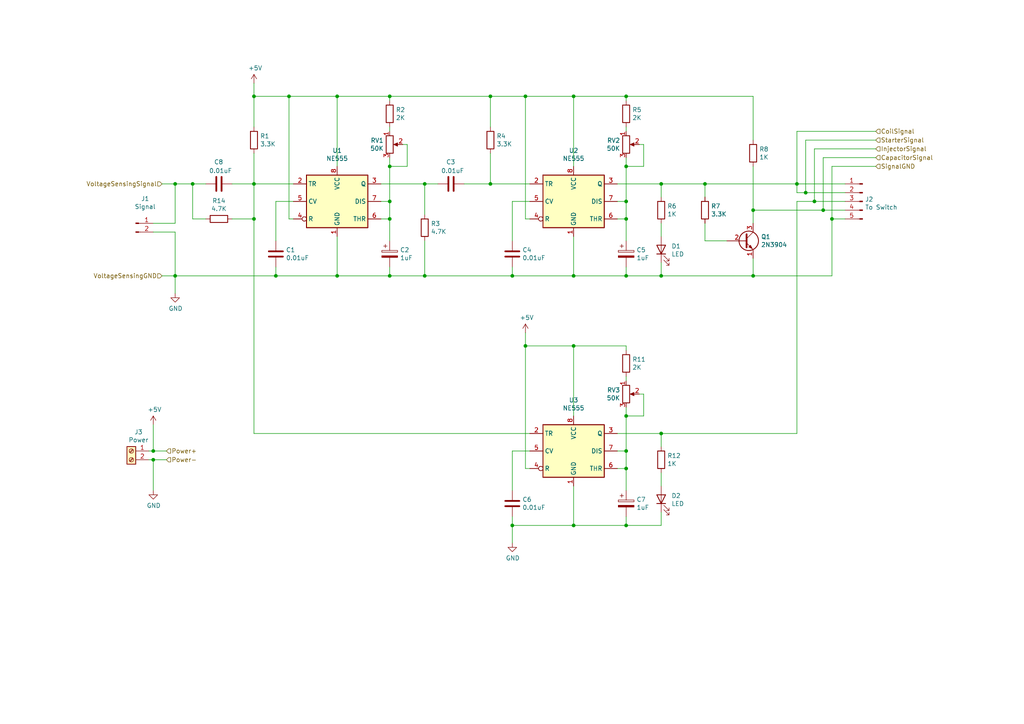
<source format=kicad_sch>
(kicad_sch (version 20211123) (generator eeschema)
  (paper "A4")
  (title_block (title "Control Module") (date "2020-01-07") (rev "1"))
  (lib_symbols
    (symbol "Connector:Conn_01x02_Male" (pin_names (offset 1.016) hide)
      (property "Reference" "J" (at 0 2.54 0))
      (property "Value" "Conn_01x02_Male" (at 0 -5.08 0))
      (symbol "Conn_01x02_Male_1_1"
        (polyline (pts (xy 1.27 -2.54) (xy 0.8636 -2.54)) (stroke (width 0.1524)))
        (polyline (pts (xy 1.27 0) (xy 0.8636 0)) (stroke (width 0.1524)))
        (rectangle (start 0.8636 -2.413) (end 0 -2.667) (stroke (width 0.1524)) (fill (type outline)))
        (rectangle (start 0.8636 0.127) (end 0 -0.127) (stroke (width 0.1524)) (fill (type outline)))
        (pin passive line (at 5.08 0 180) (length 3.81) (name "Pin_1") (number "1"))
        (pin passive line (at 5.08 -2.54 180) (length 3.81) (name "Pin_2") (number "2"))
      )
    )
    (symbol "Connector:Conn_01x05_Male" (pin_names (offset 1.016) hide)
      (property "Reference" "J" (at 0 7.62 0))
      (property "Value" "Conn_01x05_Male" (at 0 -7.62 0))
      (symbol "Conn_01x05_Male_1_1"
        (polyline (pts (xy 1.27 -5.08) (xy 0.8636 -5.08)) (stroke (width 0.1524)))
        (polyline (pts (xy 1.27 -2.54) (xy 0.8636 -2.54)) (stroke (width 0.1524)))
        (polyline (pts (xy 1.27 0) (xy 0.8636 0)) (stroke (width 0.1524)))
        (polyline (pts (xy 1.27 2.54) (xy 0.8636 2.54)) (stroke (width 0.1524)))
        (polyline (pts (xy 1.27 5.08) (xy 0.8636 5.08)) (stroke (width 0.1524)))
        (rectangle (start 0.8636 -4.953) (end 0 -5.207) (stroke (width 0.1524)) (fill (type outline)))
        (rectangle (start 0.8636 -2.413) (end 0 -2.667) (stroke (width 0.1524)) (fill (type outline)))
        (rectangle (start 0.8636 0.127) (end 0 -0.127) (stroke (width 0.1524)) (fill (type outline)))
        (rectangle (start 0.8636 2.667) (end 0 2.413) (stroke (width 0.1524)) (fill (type outline)))
        (rectangle (start 0.8636 5.207) (end 0 4.953) (stroke (width 0.1524)) (fill (type outline)))
        (pin passive line (at 5.08 5.08 180) (length 3.81) (name "Pin_1") (number "1"))
        (pin passive line (at 5.08 2.54 180) (length 3.81) (name "Pin_2") (number "2"))
        (pin passive line (at 5.08 0 180) (length 3.81) (name "Pin_3") (number "3"))
        (pin passive line (at 5.08 -2.54 180) (length 3.81) (name "Pin_4") (number "4"))
        (pin passive line (at 5.08 -5.08 180) (length 3.81) (name "Pin_5") (number "5"))
      )
    )
    (symbol "Connector:Screw_Terminal_01x02" (pin_names (offset 1.016) hide)
      (property "Reference" "J" (at 0 2.54 0))
      (property "Value" "Screw_Terminal_01x02" (at 0 -5.08 0))
      (symbol "Screw_Terminal_01x02_1_1"
        (rectangle (start -1.27 1.27) (end 1.27 -3.81) (stroke (width 0.254)) (fill (type background)))
        (circle (center 0 -2.54) (radius 0.635) (stroke (width 0.1524)))
        (polyline (pts (xy -0.5334 -2.2098) (xy 0.3302 -3.048)) (stroke (width 0.1524)))
        (polyline (pts (xy -0.5334 0.3302) (xy 0.3302 -0.508)) (stroke (width 0.1524)))
        (polyline (pts (xy -0.3556 -2.032) (xy 0.508 -2.8702)) (stroke (width 0.1524)))
        (polyline (pts (xy -0.3556 0.508) (xy 0.508 -0.3302)) (stroke (width 0.1524)))
        (circle (center 0 0) (radius 0.635) (stroke (width 0.1524)))
        (pin passive line (at -5.08 0 0) (length 3.81) (name "Pin_1") (number "1"))
        (pin passive line (at -5.08 -2.54 0) (length 3.81) (name "Pin_2") (number "2"))
      )
    )
    (symbol "Control-rescue:CP-Device" (pin_numbers hide) (pin_names (offset 0.254))
      (property "Reference" "C" (at 0.635 2.54 0))
      (property "Value" "CP-Device" (at 0.635 -2.54 0))
      (symbol "CP-Device_0_1"
        (rectangle (start -2.286 0.508) (end 2.286 1.016))
        (polyline (pts (xy -1.778 2.286) (xy -0.762 2.286)))
        (polyline (pts (xy -1.27 2.794) (xy -1.27 1.778)))
        (rectangle (start 2.286 -0.508) (end -2.286 -1.016) (fill (type outline)))
      )
      (symbol "CP-Device_1_1"
        (pin passive line (at 0 3.81 270) (length 2.794) (name "~") (number "1"))
        (pin passive line (at 0 -3.81 90) (length 2.794) (name "~") (number "2"))
      )
    )
    (symbol "Control-rescue:R_POT-Device" (pin_names (offset 1.016) hide)
      (property "Reference" "RV" (at -4.445 0 90))
      (property "Value" "R_POT-Device" (at -2.54 0 90))
      (symbol "R_POT-Device_0_1"
        (polyline (pts (xy 2.54 0) (xy 1.524 0)))
        (polyline (pts (xy 1.143 0) (xy 2.286 0.508) (xy 2.286 -0.508) (xy 1.143 0)) (fill (type outline)))
        (rectangle (start 1.016 2.54) (end -1.016 -2.54) (stroke (width 0.254)))
      )
      (symbol "R_POT-Device_1_1"
        (pin passive line (at 0 3.81 270) (length 1.27) (name "1") (number "1"))
        (pin passive line (at 3.81 0 180) (length 1.27) (name "2") (number "2"))
        (pin passive line (at 0 -3.81 90) (length 1.27) (name "3") (number "3"))
      )
    )
    (symbol "Device:C" (pin_numbers hide) (pin_names (offset 0.254))
      (property "Reference" "C" (at 0.635 2.54 0))
      (property "Value" "C" (at 0.635 -2.54 0))
      (symbol "C_0_1"
        (polyline (pts (xy -2.032 -0.762) (xy 2.032 -0.762)) (stroke (width 0.508)))
        (polyline (pts (xy -2.032 0.762) (xy 2.032 0.762)) (stroke (width 0.508)))
      )
      (symbol "C_1_1"
        (pin passive line (at 0 3.81 270) (length 2.794) (name "~") (number "1"))
        (pin passive line (at 0 -3.81 90) (length 2.794) (name "~") (number "2"))
      )
    )
    (symbol "Device:LED" (pin_numbers hide) (pin_names (offset 1.016) hide)
      (property "Reference" "D" (at 0 2.54 0))
      (property "Value" "LED" (at 0 -2.54 0))
      (symbol "LED_0_1"
        (polyline (pts (xy -1.27 -1.27) (xy -1.27 1.27)) (stroke (width 0.254)))
        (polyline (pts (xy -1.27 0) (xy 1.27 0)))
        (polyline (pts (xy 1.27 -1.27) (xy 1.27 1.27) (xy -1.27 0) (xy 1.27 -1.27)) (stroke (width 0.254)))
        (polyline (pts (xy -3.048 -0.762) (xy -4.572 -2.286) (xy -3.81 -2.286) (xy -4.572 -2.286) (xy -4.572 -1.524)))
        (polyline (pts (xy -1.778 -0.762) (xy -3.302 -2.286) (xy -2.54 -2.286) (xy -3.302 -2.286) (xy -3.302 -1.524)))
      )
      (symbol "LED_1_1"
        (pin passive line (at -3.81 0 0) (length 2.54) (name "K") (number "1"))
        (pin passive line (at 3.81 0 180) (length 2.54) (name "A") (number "2"))
      )
    )
    (symbol "Device:R" (pin_numbers hide) (pin_names (offset 0))
      (property "Reference" "R" (at 2.032 0 90))
      (property "Value" "R" (at 0 0 90))
      (symbol "R_0_1"
        (rectangle (start -1.016 -2.54) (end 1.016 2.54) (stroke (width 0.254)))
      )
      (symbol "R_1_1"
        (pin passive line (at 0 3.81 270) (length 1.27) (name "~") (number "1"))
        (pin passive line (at 0 -3.81 90) (length 1.27) (name "~") (number "2"))
      )
    )
    (symbol "Timer:NE555P"
      (property "Reference" "U" (at -10.16 8.89 0))
      (property "Value" "NE555P" (at 2.54 8.89 0))
      (symbol "NE555P_0_0"
        (pin power_in line (at 0 -10.16 90) (length 2.54) (name "GND") (number "1"))
        (pin power_in line (at 0 10.16 270) (length 2.54) (name "VCC") (number "8"))
      )
      (symbol "NE555P_0_1"
        (rectangle (start -8.89 -7.62) (end 8.89 7.62) (stroke (width 0.254)) (fill (type background)))
        (rectangle (start -8.89 -7.62) (end 8.89 7.62) (stroke (width 0.254)) (fill (type background)))
      )
      (symbol "NE555P_1_1"
        (pin input line (at -12.7 5.08 0) (length 3.81) (name "TR") (number "2"))
        (pin output line (at 12.7 5.08 180) (length 3.81) (name "Q") (number "3"))
        (pin input inverted (at -12.7 -5.08 0) (length 3.81) (name "R") (number "4"))
        (pin input line (at -12.7 0 0) (length 3.81) (name "CV") (number "5"))
        (pin input line (at 12.7 -5.08 180) (length 3.81) (name "THR") (number "6"))
        (pin input line (at 12.7 0 180) (length 3.81) (name "DIS") (number "7"))
      )
    )
    (symbol "Transistor_BJT:2N3904" (pin_names (offset 0) hide)
      (property "Reference" "Q" (at 5.08 1.905 0))
      (property "Value" "2N3904" (at 5.08 0 0))
      (symbol "2N3904_0_1"
        (polyline (pts (xy 0.635 0.635) (xy 2.54 2.54)))
        (polyline (pts (xy 0.635 -0.635) (xy 2.54 -2.54) (xy 2.54 -2.54)))
        (polyline (pts (xy 0.635 1.905) (xy 0.635 -1.905) (xy 0.635 -1.905)) (stroke (width 0.508)))
        (polyline (pts (xy 1.27 -1.778) (xy 1.778 -1.27) (xy 2.286 -2.286) (xy 1.27 -1.778) (xy 1.27 -1.778)) (fill (type outline)))
        (circle (center 1.27 0) (radius 2.8194) (stroke (width 0.254)))
      )
      (symbol "2N3904_1_1"
        (pin passive line (at 2.54 -5.08 90) (length 2.54) (name "E") (number "1"))
        (pin passive line (at -5.08 0 0) (length 5.715) (name "B") (number "2"))
        (pin passive line (at 2.54 5.08 270) (length 2.54) (name "C") (number "3"))
      )
    )
    (symbol "power:+5V" (power) (pin_names (offset 0))
      (property "Value" "+5V" (at 0 3.556 0))
      (symbol "+5V_0_1"
        (polyline (pts (xy -0.762 1.27) (xy 0 2.54)))
        (polyline (pts (xy 0 0) (xy 0 2.54)))
        (polyline (pts (xy 0 2.54) (xy 0.762 1.27)))
      )
      (symbol "+5V_1_1"
        (pin power_in line (at 0 0 90) (length 0) hide (name "+5V") (number "1"))
      )
    )
    (symbol "power:GND" (power) (pin_names (offset 0))
      (property "Value" "GND" (at 0 -3.81 0))
      (symbol "GND_0_1"
        (polyline (pts (xy 0 0) (xy 0 -1.27) (xy 1.27 -1.27) (xy 0 -2.54) (xy -1.27 -1.27) (xy 0 -1.27)))
      )
      (symbol "GND_1_1"
        (pin power_in line (at 0 0 270) (length 0) hide (name "GND") (number "1"))
      )
    )
  )
  (junction (at 181.61 58.42))
  (junction (at 233.68 55.88))
  (junction (at 44.45 133.35))
  (junction (at 236.22 58.42))
  (junction (at 181.61 130.81))
  (junction (at 191.77 80.01))
  (junction (at 148.59 152.4))
  (junction (at 181.61 48.26))
  (junction (at 166.37 152.4))
  (junction (at 123.19 53.34))
  (junction (at 73.66 63.5))
  (junction (at 191.77 125.73))
  (junction (at 73.66 27.94))
  (junction (at 97.79 27.94))
  (junction (at 218.44 80.01))
  (junction (at 148.59 80.01))
  (junction (at 166.37 80.01))
  (junction (at 113.03 58.42))
  (junction (at 113.03 80.01))
  (junction (at 123.19 80.01))
  (junction (at 181.61 27.94))
  (junction (at 50.8 80.01))
  (junction (at 142.24 27.94))
  (junction (at 181.61 63.5))
  (junction (at 142.24 53.34))
  (junction (at 231.14 53.34))
  (junction (at 238.76 60.96))
  (junction (at 181.61 120.65))
  (junction (at 152.4 27.94))
  (junction (at 152.4 100.33))
  (junction (at 241.3 63.5))
  (junction (at 181.61 80.01))
  (junction (at 113.03 27.94))
  (junction (at 80.01 80.01))
  (junction (at 97.79 80.01))
  (junction (at 166.37 27.94))
  (junction (at 50.8 53.34))
  (junction (at 204.47 53.34))
  (junction (at 166.37 100.33))
  (junction (at 73.66 53.34))
  (junction (at 83.82 27.94))
  (junction (at 218.44 60.96))
  (junction (at 181.61 152.4))
  (junction (at 44.45 130.81))
  (junction (at 191.77 53.34))
  (junction (at 181.61 135.89))
  (junction (at 113.03 63.5))
  (junction (at 55.88 53.34))
  (junction (at 113.03 48.26))
  (wire (pts (xy 148.59 80.01) (xy 166.37 80.01)))
  (wire (pts (xy 142.24 27.94) (xy 152.4 27.94)))
  (wire (pts (xy 191.77 125.73) (xy 191.77 129.54)))
  (wire (pts (xy 186.69 114.3) (xy 185.42 114.3)))
  (wire (pts (xy 113.03 77.47) (xy 113.03 80.01)))
  (wire (pts (xy 152.4 27.94) (xy 166.37 27.94)))
  (wire (pts (xy 181.61 29.21) (xy 181.61 27.94)))
  (wire (pts (xy 204.47 53.34) (xy 231.14 53.34)))
  (wire (pts (xy 181.61 152.4) (xy 191.77 152.4)))
  (wire (pts (xy 231.14 53.34) (xy 245.11 53.34)))
  (wire (pts (xy 166.37 100.33) (xy 166.37 120.65)))
  (wire (pts (xy 44.45 67.31) (xy 50.8 67.31)))
  (wire (pts (xy 181.61 135.89) (xy 181.61 142.24)))
  (wire (pts (xy 148.59 130.81) (xy 148.59 142.24)))
  (wire (pts (xy 97.79 80.01) (xy 113.03 80.01)))
  (wire (pts (xy 218.44 40.64) (xy 218.44 27.94)))
  (wire (pts (xy 142.24 53.34) (xy 153.67 53.34)))
  (wire (pts (xy 123.19 53.34) (xy 123.19 62.23)))
  (wire (pts (xy 113.03 80.01) (xy 123.19 80.01)))
  (wire (pts (xy 148.59 157.48) (xy 148.59 152.4)))
  (wire (pts (xy 166.37 27.94) (xy 166.37 48.26)))
  (wire (pts (xy 73.66 125.73) (xy 153.67 125.73)))
  (wire (pts (xy 97.79 27.94) (xy 97.79 48.26)))
  (wire (pts (xy 148.59 58.42) (xy 148.59 69.85)))
  (wire (pts (xy 181.61 48.26) (xy 186.69 48.26)))
  (wire (pts (xy 113.03 48.26) (xy 118.11 48.26)))
  (wire (pts (xy 152.4 100.33) (xy 166.37 100.33)))
  (wire (pts (xy 142.24 53.34) (xy 142.24 44.45)))
  (wire (pts (xy 97.79 68.58) (xy 97.79 80.01)))
  (wire (pts (xy 152.4 100.33) (xy 152.4 96.52)))
  (wire (pts (xy 254 45.72) (xy 238.76 45.72)))
  (wire (pts (xy 186.69 41.91) (xy 185.42 41.91)))
  (wire (pts (xy 218.44 60.96) (xy 238.76 60.96)))
  (wire (pts (xy 43.18 130.81) (xy 44.45 130.81)))
  (wire (pts (xy 44.45 64.77) (xy 50.8 64.77)))
  (wire (pts (xy 181.61 45.72) (xy 181.61 48.26)))
  (wire (pts (xy 59.69 63.5) (xy 55.88 63.5)))
  (wire (pts (xy 231.14 38.1) (xy 254 38.1)))
  (wire (pts (xy 238.76 45.72) (xy 238.76 60.96)))
  (wire (pts (xy 148.59 149.86) (xy 148.59 152.4)))
  (wire (pts (xy 73.66 53.34) (xy 73.66 63.5)))
  (wire (pts (xy 191.77 76.2) (xy 191.77 80.01)))
  (wire (pts (xy 113.03 48.26) (xy 113.03 58.42)))
  (wire (pts (xy 236.22 58.42) (xy 245.11 58.42)))
  (wire (pts (xy 142.24 27.94) (xy 142.24 36.83)))
  (wire (pts (xy 152.4 100.33) (xy 152.4 135.89)))
  (wire (pts (xy 181.61 118.11) (xy 181.61 120.65)))
  (wire (pts (xy 73.66 53.34) (xy 73.66 44.45)))
  (wire (pts (xy 67.31 63.5) (xy 73.66 63.5)))
  (wire (pts (xy 110.49 53.34) (xy 123.19 53.34)))
  (wire (pts (xy 181.61 27.94) (xy 218.44 27.94)))
  (wire (pts (xy 110.49 58.42) (xy 113.03 58.42)))
  (wire (pts (xy 44.45 133.35) (xy 44.45 142.24)))
  (wire (pts (xy 73.66 27.94) (xy 83.82 27.94)))
  (wire (pts (xy 83.82 27.94) (xy 97.79 27.94)))
  (wire (pts (xy 73.66 63.5) (xy 73.66 125.73)))
  (wire (pts (xy 191.77 80.01) (xy 218.44 80.01)))
  (wire (pts (xy 181.61 101.6) (xy 181.61 100.33)))
  (wire (pts (xy 73.66 53.34) (xy 85.09 53.34)))
  (wire (pts (xy 245.11 60.96) (xy 238.76 60.96)))
  (wire (pts (xy 179.07 58.42) (xy 181.61 58.42)))
  (wire (pts (xy 166.37 27.94) (xy 181.61 27.94)))
  (wire (pts (xy 191.77 125.73) (xy 231.14 125.73)))
  (wire (pts (xy 191.77 148.59) (xy 191.77 152.4)))
  (wire (pts (xy 218.44 74.93) (xy 218.44 80.01)))
  (wire (pts (xy 118.11 41.91) (xy 116.84 41.91)))
  (wire (pts (xy 44.45 123.19) (xy 44.45 130.81)))
  (wire (pts (xy 181.61 80.01) (xy 191.77 80.01)))
  (wire (pts (xy 204.47 53.34) (xy 204.47 57.15)))
  (wire (pts (xy 123.19 69.85) (xy 123.19 80.01)))
  (wire (pts (xy 179.07 125.73) (xy 191.77 125.73)))
  (wire (pts (xy 181.61 135.89) (xy 181.61 130.81)))
  (wire (pts (xy 83.82 27.94) (xy 83.82 63.5)))
  (wire (pts (xy 241.3 63.5) (xy 241.3 80.01)))
  (wire (pts (xy 181.61 36.83) (xy 181.61 38.1)))
  (wire (pts (xy 73.66 53.34) (xy 67.31 53.34)))
  (wire (pts (xy 191.77 137.16) (xy 191.77 140.97)))
  (wire (pts (xy 46.99 53.34) (xy 50.8 53.34)))
  (wire (pts (xy 218.44 80.01) (xy 241.3 80.01)))
  (wire (pts (xy 80.01 58.42) (xy 80.01 69.85)))
  (wire (pts (xy 134.62 53.34) (xy 142.24 53.34)))
  (wire (pts (xy 50.8 67.31) (xy 50.8 80.01)))
  (wire (pts (xy 231.14 58.42) (xy 231.14 125.73)))
  (wire (pts (xy 85.09 58.42) (xy 80.01 58.42)))
  (wire (pts (xy 80.01 80.01) (xy 97.79 80.01)))
  (wire (pts (xy 123.19 80.01) (xy 148.59 80.01)))
  (wire (pts (xy 46.99 80.01) (xy 50.8 80.01)))
  (wire (pts (xy 179.07 63.5) (xy 181.61 63.5)))
  (wire (pts (xy 166.37 152.4) (xy 181.61 152.4)))
  (wire (pts (xy 186.69 114.3) (xy 186.69 120.65)))
  (wire (pts (xy 233.68 40.64) (xy 254 40.64)))
  (wire (pts (xy 231.14 58.42) (xy 236.22 58.42)))
  (wire (pts (xy 181.61 48.26) (xy 181.61 58.42)))
  (wire (pts (xy 231.14 38.1) (xy 231.14 53.34)))
  (wire (pts (xy 186.69 41.91) (xy 186.69 48.26)))
  (wire (pts (xy 191.77 53.34) (xy 191.77 57.15)))
  (wire (pts (xy 231.14 53.34) (xy 231.14 55.88)))
  (wire (pts (xy 179.07 53.34) (xy 191.77 53.34)))
  (wire (pts (xy 153.67 135.89) (xy 152.4 135.89)))
  (wire (pts (xy 113.03 29.21) (xy 113.03 27.94)))
  (wire (pts (xy 204.47 69.85) (xy 210.82 69.85)))
  (wire (pts (xy 153.67 63.5) (xy 152.4 63.5)))
  (wire (pts (xy 110.49 63.5) (xy 113.03 63.5)))
  (wire (pts (xy 43.18 133.35) (xy 44.45 133.35)))
  (wire (pts (xy 166.37 100.33) (xy 181.61 100.33)))
  (wire (pts (xy 218.44 48.26) (xy 218.44 60.96)))
  (wire (pts (xy 241.3 48.26) (xy 254 48.26)))
  (wire (pts (xy 181.61 63.5) (xy 181.61 58.42)))
  (wire (pts (xy 166.37 80.01) (xy 181.61 80.01)))
  (wire (pts (xy 241.3 63.5) (xy 245.11 63.5)))
  (wire (pts (xy 218.44 60.96) (xy 218.44 64.77)))
  (wire (pts (xy 241.3 48.26) (xy 241.3 63.5)))
  (wire (pts (xy 191.77 64.77) (xy 191.77 68.58)))
  (wire (pts (xy 153.67 58.42) (xy 148.59 58.42)))
  (wire (pts (xy 233.68 40.64) (xy 233.68 55.88)))
  (wire (pts (xy 55.88 63.5) (xy 55.88 53.34)))
  (wire (pts (xy 179.07 135.89) (xy 181.61 135.89)))
  (wire (pts (xy 118.11 41.91) (xy 118.11 48.26)))
  (wire (pts (xy 55.88 53.34) (xy 50.8 53.34)))
  (wire (pts (xy 181.61 120.65) (xy 181.61 130.81)))
  (wire (pts (xy 113.03 63.5) (xy 113.03 69.85)))
  (wire (pts (xy 181.61 77.47) (xy 181.61 80.01)))
  (wire (pts (xy 113.03 27.94) (xy 142.24 27.94)))
  (wire (pts (xy 113.03 36.83) (xy 113.03 38.1)))
  (wire (pts (xy 236.22 43.18) (xy 236.22 58.42)))
  (wire (pts (xy 236.22 43.18) (xy 254 43.18)))
  (wire (pts (xy 181.61 63.5) (xy 181.61 69.85)))
  (wire (pts (xy 73.66 27.94) (xy 73.66 36.83)))
  (wire (pts (xy 231.14 55.88) (xy 233.68 55.88)))
  (wire (pts (xy 148.59 152.4) (xy 166.37 152.4)))
  (wire (pts (xy 123.19 53.34) (xy 127 53.34)))
  (wire (pts (xy 80.01 77.47) (xy 80.01 80.01)))
  (wire (pts (xy 181.61 120.65) (xy 186.69 120.65)))
  (wire (pts (xy 181.61 109.22) (xy 181.61 110.49)))
  (wire (pts (xy 153.67 130.81) (xy 148.59 130.81)))
  (wire (pts (xy 113.03 45.72) (xy 113.03 48.26)))
  (wire (pts (xy 179.07 130.81) (xy 181.61 130.81)))
  (wire (pts (xy 181.61 149.86) (xy 181.61 152.4)))
  (wire (pts (xy 166.37 140.97) (xy 166.37 152.4)))
  (wire (pts (xy 73.66 27.94) (xy 73.66 24.13)))
  (wire (pts (xy 55.88 53.34) (xy 59.69 53.34)))
  (wire (pts (xy 50.8 53.34) (xy 50.8 64.77)))
  (wire (pts (xy 233.68 55.88) (xy 245.11 55.88)))
  (wire (pts (xy 191.77 53.34) (xy 204.47 53.34)))
  (wire (pts (xy 204.47 64.77) (xy 204.47 69.85)))
  (wire (pts (xy 50.8 85.09) (xy 50.8 80.01)))
  (wire (pts (xy 48.26 133.35) (xy 44.45 133.35)))
  (wire (pts (xy 85.09 63.5) (xy 83.82 63.5)))
  (wire (pts (xy 148.59 77.47) (xy 148.59 80.01)))
  (wire (pts (xy 48.26 130.81) (xy 44.45 130.81)))
  (wire (pts (xy 97.79 27.94) (xy 113.03 27.94)))
  (wire (pts (xy 152.4 27.94) (xy 152.4 63.5)))
  (wire (pts (xy 50.8 80.01) (xy 80.01 80.01)))
  (wire (pts (xy 113.03 63.5) (xy 113.03 58.42)))
  (wire (pts (xy 166.37 68.58) (xy 166.37 80.01)))
  (hierarchical_label "Power-" (shape input) (at 48.26 133.35 0))
  (hierarchical_label "VoltageSensingGND" (shape input) (at 46.99 80.01 180))
  (hierarchical_label "CoilSignal" (shape input) (at 254 38.1 0))
  (hierarchical_label "SignalGND" (shape input) (at 254 48.26 0))
  (hierarchical_label "Power+" (shape input) (at 48.26 130.81 0))
  (hierarchical_label "VoltageSensingSignal" (shape input) (at 46.99 53.34 180))
  (hierarchical_label "InjectorSignal" (shape input) (at 254 43.18 0))
  (hierarchical_label "StarterSignal" (shape input) (at 254 40.64 0))
  (hierarchical_label "CapacitorSignal" (shape input) (at 254 45.72 0))
  (symbol (lib_id "Timer:NE555P") (at 97.79 58.42 0) (unit 1)
    (property "Reference" "U1" (at 97.79 43.6626 0))
    (property "Value" "NE555" (at 97.79 45.974 0))
    (property "Footprint" "Package_DIP:DIP-8_W7.62mm" (effects hide))
    (property "Datasheet" "http://www.ti.com/lit/ds/symlink/ne555.pdf" (effects hide))
  )
  (symbol (lib_id "power:+5V") (at 73.66 24.13 0) (unit 1)
    (property "Reference" "#PWR0102" (effects hide))
    (property "Value" "+5V" (at 74.041 19.7358 0))
  )
  (symbol (lib_id "Device:R") (at 73.66 40.64 0) (unit 1)
    (property "Reference" "R1" (at 75.438 39.4716 0) (effects (justify left)))
    (property "Value" "3.3K" (at 75.438 41.783 0) (effects (justify left)))
    (property "Footprint" "Resistor_THT:R_Axial_DIN0207_L6.3mm_D2.5mm_P7.62mm_Horizontal" (effects hide))
  )
  (symbol (lib_id "Device:R") (at 191.77 133.35 0) (unit 1)
    (property "Reference" "R12" (at 193.548 132.1816 0) (effects (justify left)))
    (property "Value" "1K" (at 193.548 134.493 0) (effects (justify left)))
    (property "Footprint" "Resistor_THT:R_Axial_DIN0207_L6.3mm_D2.5mm_P7.62mm_Horizontal" (effects hide))
  )
  (symbol (lib_id "Connector:Conn_01x02_Male") (at 39.37 64.77 0) (unit 1)
    (property "Reference" "J1" (at 42.1132 57.6326 0))
    (property "Value" "Signal" (at 42.1132 59.944 0))
    (property "Footprint" "Connector_PinHeader_2.54mm:PinHeader_1x02_P2.54mm_Vertical" (effects hide))
  )
  (symbol (lib_id "power:GND") (at 50.8 85.09 0) (unit 1)
    (property "Reference" "#PWR0104" (effects hide))
    (property "Value" "GND" (at 50.927 89.4842 0))
  )
  (symbol (lib_id "Device:C") (at 80.01 73.66 0) (unit 1)
    (property "Reference" "C1" (at 82.931 72.4916 0) (effects (justify left)))
    (property "Value" "0.01uF" (at 82.931 74.803 0) (effects (justify left)))
    (property "Footprint" "Capacitor_THT:C_Disc_D3.0mm_W1.6mm_P2.50mm" (effects hide))
  )
  (symbol (lib_id "Control-rescue:CP-Device") (at 113.03 73.66 0) (unit 1)
    (property "Reference" "C2" (at 116.0272 72.4916 0) (effects (justify left)))
    (property "Value" "1uF" (at 116.0272 74.803 0) (effects (justify left)))
    (property "Footprint" "Capacitor_THT:CP_Radial_D4.0mm_P2.00mm" (effects hide))
  )
  (symbol (lib_id "Device:LED") (at 191.77 144.78 90) (unit 1)
    (property "Reference" "D2" (at 194.7418 143.7894 90) (effects (justify right)))
    (property "Value" "LED" (at 194.7418 146.1008 90) (effects (justify right)))
    (property "Footprint" "LED_THT:LED_D3.0mm_FlatTop" (effects hide))
  )
  (symbol (lib_id "Control-rescue:R_POT-Device") (at 113.03 41.91 0) (unit 1)
    (property "Reference" "RV1" (at 111.2774 40.7416 0) (effects (justify right)))
    (property "Value" "50K" (at 111.2774 43.053 0) (effects (justify right)))
    (property "Footprint" "Potentiometer_THT:Potentiometer_Bourns_3339P_Vertical" (effects hide))
  )
  (symbol (lib_id "Device:R") (at 113.03 33.02 0) (unit 1)
    (property "Reference" "R2" (at 114.808 31.8516 0) (effects (justify left)))
    (property "Value" "2K" (at 114.808 34.163 0) (effects (justify left)))
    (property "Footprint" "Resistor_THT:R_Axial_DIN0207_L6.3mm_D2.5mm_P7.62mm_Horizontal" (effects hide))
  )
  (symbol (lib_id "Transistor_BJT:2N3904") (at 215.9 69.85 0) (unit 1)
    (property "Reference" "Q1" (at 220.726 68.6816 0) (effects (justify left)))
    (property "Value" "2N3904" (at 220.726 70.993 0) (effects (justify left)))
    (property "Footprint" "Package_TO_SOT_THT:TO-92_Inline" (effects hide))
    (property "Datasheet" "https://www.fairchildsemi.com/datasheets/2N/2N3904.pdf" (effects hide))
  )
  (symbol (lib_id "Device:R") (at 204.47 60.96 0) (unit 1)
    (property "Reference" "R7" (at 206.248 59.7916 0) (effects (justify left)))
    (property "Value" "3.3K" (at 206.248 62.103 0) (effects (justify left)))
    (property "Footprint" "Resistor_THT:R_Axial_DIN0207_L6.3mm_D2.5mm_P7.62mm_Horizontal" (effects hide))
  )
  (symbol (lib_id "Device:R") (at 218.44 44.45 0) (unit 1)
    (property "Reference" "R8" (at 220.218 43.2816 0) (effects (justify left)))
    (property "Value" "1K" (at 220.218 45.593 0) (effects (justify left)))
    (property "Footprint" "Resistor_THT:R_Axial_DIN0207_L6.3mm_D2.5mm_P7.62mm_Horizontal" (effects hide))
  )
  (symbol (lib_id "Connector:Conn_01x05_Male") (at 250.19 58.42 0) (mirror y) (unit 1)
    (property "Reference" "J2" (at 250.9012 57.8104 0) (effects (justify right)))
    (property "Value" "To Switch" (at 250.9012 60.1218 0) (effects (justify right)))
    (property "Footprint" "Connector_PinHeader_2.54mm:PinHeader_1x05_P2.54mm_Horizontal" (effects hide))
  )
  (symbol (lib_id "power:+5V") (at 44.45 123.19 0) (unit 1)
    (property "Reference" "#PWR0101" (effects hide))
    (property "Value" "+5V" (at 44.831 118.7958 0))
  )
  (symbol (lib_id "Device:R") (at 181.61 105.41 0) (unit 1)
    (property "Reference" "R11" (at 183.388 104.2416 0) (effects (justify left)))
    (property "Value" "2K" (at 183.388 106.553 0) (effects (justify left)))
    (property "Footprint" "Resistor_THT:R_Axial_DIN0207_L6.3mm_D2.5mm_P7.62mm_Horizontal" (effects hide))
  )
  (symbol (lib_id "Control-rescue:R_POT-Device") (at 181.61 114.3 0) (unit 1)
    (property "Reference" "RV3" (at 179.8574 113.1316 0) (effects (justify right)))
    (property "Value" "50K" (at 179.8574 115.443 0) (effects (justify right)))
    (property "Footprint" "Potentiometer_THT:Potentiometer_Bourns_3339P_Vertical" (effects hide))
  )
  (symbol (lib_id "Control-rescue:CP-Device") (at 181.61 146.05 0) (unit 1)
    (property "Reference" "C7" (at 184.6072 144.8816 0) (effects (justify left)))
    (property "Value" "1uF" (at 184.6072 147.193 0) (effects (justify left)))
    (property "Footprint" "Capacitor_THT:CP_Radial_D4.0mm_P2.00mm" (effects hide))
  )
  (symbol (lib_id "power:GND") (at 148.59 157.48 0) (unit 1)
    (property "Reference" "#PWR0105" (effects hide))
    (property "Value" "GND" (at 148.717 161.8742 0))
  )
  (symbol (lib_id "Timer:NE555P") (at 166.37 130.81 0) (unit 1)
    (property "Reference" "U3" (at 166.37 116.0526 0))
    (property "Value" "NE555" (at 166.37 118.364 0))
    (property "Footprint" "Package_DIP:DIP-8_W7.62mm" (effects hide))
    (property "Datasheet" "http://www.ti.com/lit/ds/symlink/ne555.pdf" (effects hide))
  )
  (symbol (lib_id "Device:C") (at 148.59 146.05 0) (unit 1)
    (property "Reference" "C6" (at 151.511 144.8816 0) (effects (justify left)))
    (property "Value" "0.01uF" (at 151.511 147.193 0) (effects (justify left)))
    (property "Footprint" "Capacitor_THT:C_Disc_D3.0mm_W1.6mm_P2.50mm" (effects hide))
  )
  (symbol (lib_id "power:+5V") (at 152.4 96.52 0) (unit 1)
    (property "Reference" "#PWR0106" (effects hide))
    (property "Value" "+5V" (at 152.781 92.1258 0))
  )
  (symbol (lib_id "power:GND") (at 44.45 142.24 0) (unit 1)
    (property "Reference" "#PWR0103" (effects hide))
    (property "Value" "GND" (at 44.577 146.6342 0))
  )
  (symbol (lib_id "Device:LED") (at 191.77 72.39 90) (unit 1)
    (property "Reference" "D1" (at 194.7418 71.3994 90) (effects (justify right)))
    (property "Value" "LED" (at 194.7418 73.7108 90) (effects (justify right)))
    (property "Footprint" "LED_THT:LED_D3.0mm_FlatTop" (effects hide))
  )
  (symbol (lib_id "Device:R") (at 191.77 60.96 0) (unit 1)
    (property "Reference" "R6" (at 193.548 59.7916 0) (effects (justify left)))
    (property "Value" "1K" (at 193.548 62.103 0) (effects (justify left)))
    (property "Footprint" "Resistor_THT:R_Axial_DIN0207_L6.3mm_D2.5mm_P7.62mm_Horizontal" (effects hide))
  )
  (symbol (lib_id "Device:R") (at 181.61 33.02 0) (unit 1)
    (property "Reference" "R5" (at 183.388 31.8516 0) (effects (justify left)))
    (property "Value" "2K" (at 183.388 34.163 0) (effects (justify left)))
    (property "Footprint" "Resistor_THT:R_Axial_DIN0207_L6.3mm_D2.5mm_P7.62mm_Horizontal" (effects hide))
  )
  (symbol (lib_id "Control-rescue:R_POT-Device") (at 181.61 41.91 0) (unit 1)
    (property "Reference" "RV2" (at 179.8574 40.7416 0) (effects (justify right)))
    (property "Value" "50K" (at 179.8574 43.053 0) (effects (justify right)))
    (property "Footprint" "Potentiometer_THT:Potentiometer_Bourns_3339P_Vertical" (effects hide))
  )
  (symbol (lib_id "Control-rescue:CP-Device") (at 181.61 73.66 0) (unit 1)
    (property "Reference" "C5" (at 184.6072 72.4916 0) (effects (justify left)))
    (property "Value" "1uF" (at 184.6072 74.803 0) (effects (justify left)))
    (property "Footprint" "Capacitor_THT:CP_Radial_D4.0mm_P2.00mm" (effects hide))
  )
  (symbol (lib_id "Timer:NE555P") (at 166.37 58.42 0) (unit 1)
    (property "Reference" "U2" (at 166.37 43.6626 0))
    (property "Value" "NE555" (at 166.37 45.974 0))
    (property "Footprint" "Package_DIP:DIP-8_W7.62mm" (effects hide))
    (property "Datasheet" "http://www.ti.com/lit/ds/symlink/ne555.pdf" (effects hide))
  )
  (symbol (lib_id "Device:C") (at 148.59 73.66 0) (unit 1)
    (property "Reference" "C4" (at 151.511 72.4916 0) (effects (justify left)))
    (property "Value" "0.01uF" (at 151.511 74.803 0) (effects (justify left)))
    (property "Footprint" "Capacitor_THT:C_Disc_D3.0mm_W1.6mm_P2.50mm" (effects hide))
  )
  (symbol (lib_id "Device:R") (at 142.24 40.64 0) (unit 1)
    (property "Reference" "R4" (at 144.018 39.4716 0) (effects (justify left)))
    (property "Value" "3.3K" (at 144.018 41.783 0) (effects (justify left)))
    (property "Footprint" "Resistor_THT:R_Axial_DIN0207_L6.3mm_D2.5mm_P7.62mm_Horizontal" (effects hide))
  )
  (symbol (lib_id "Device:C") (at 130.81 53.34 90) (unit 1)
    (property "Reference" "C3" (at 132.08 46.99 90) (effects (justify left)))
    (property "Value" "0.01uF" (at 134.62 49.53 90) (effects (justify left)))
    (property "Footprint" "Capacitor_THT:C_Disc_D3.0mm_W1.6mm_P2.50mm" (effects hide))
  )
  (symbol (lib_id "Device:R") (at 123.19 66.04 0) (unit 1)
    (property "Reference" "R3" (at 124.968 64.8716 0) (effects (justify left)))
    (property "Value" "4.7K" (at 124.968 67.183 0) (effects (justify left)))
    (property "Footprint" "Resistor_THT:R_Axial_DIN0207_L6.3mm_D2.5mm_P7.62mm_Horizontal" (effects hide))
  )
  (symbol (lib_id "Device:C") (at 63.5 53.34 90) (unit 1)
    (property "Reference" "C8" (at 64.77 46.99 90) (effects (justify left)))
    (property "Value" "0.01uF" (at 67.31 49.53 90) (effects (justify left)))
    (property "Footprint" "Capacitor_THT:C_Disc_D3.0mm_W1.6mm_P2.50mm" (effects hide))
  )
  (symbol (lib_id "Device:R") (at 63.5 63.5 270) (unit 1)
    (property "Reference" "R14" (at 63.5 58.2422 90))
    (property "Value" "4.7K" (at 63.5 60.5536 90))
    (property "Footprint" "Resistor_THT:R_Axial_DIN0207_L6.3mm_D2.5mm_P7.62mm_Horizontal" (effects hide))
  )
  (symbol (lib_id "Connector:Screw_Terminal_01x02") (at 38.1 130.81 0) (mirror y) (unit 1)
    (property "Reference" "J3" (at 40.1828 125.2982 0))
    (property "Value" "Power" (at 40.1828 127.6096 0))
    (property "Footprint" "Connector_JST:JST_XH_B2B-XH-A_1x02_P2.50mm_Vertical" (effects hide))
  )
)
</source>
